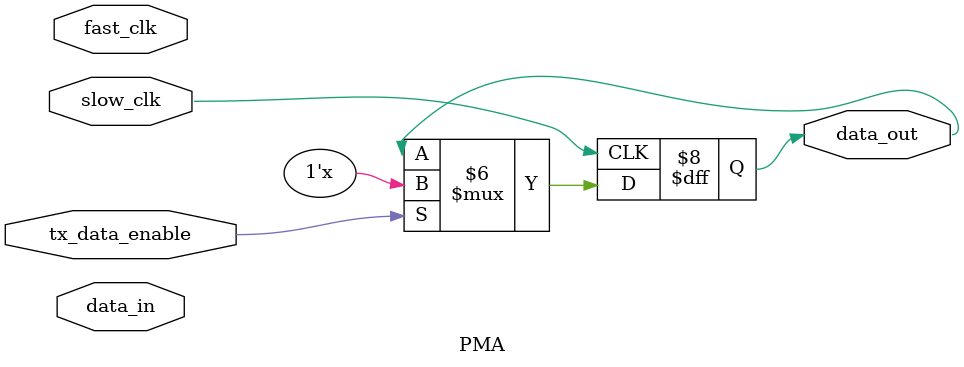
<source format=v>
module PMA(
  input fast_clk, // bit_rate/10
  input slow_clk, // bit_rate
  input [9:0] data_in, 
  input tx_data_enable, 
  output reg data_out);
  
  reg [9:1] tmep;
  
  always@(posedge fast_clk) begin
    temp = data_in;
  end
  
  always@(posedge slow_clk) begin
    if(tx_data_enable) begin
      data_out <= temp[0];
      temp <= tmep>>1;
    end
  end
endmodule

</source>
